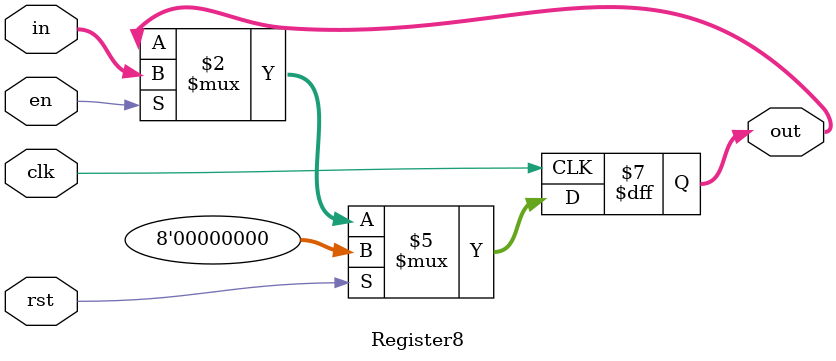
<source format=v>
`timescale 1ns / 1ps
module Register8( input [7:0]in, input clk, input rst, input en, output reg [7:0]out);
	always @(posedge clk) begin
		if (rst) out <= 8'b0;
		else if (en) out <= in;
	end
endmodule

</source>
